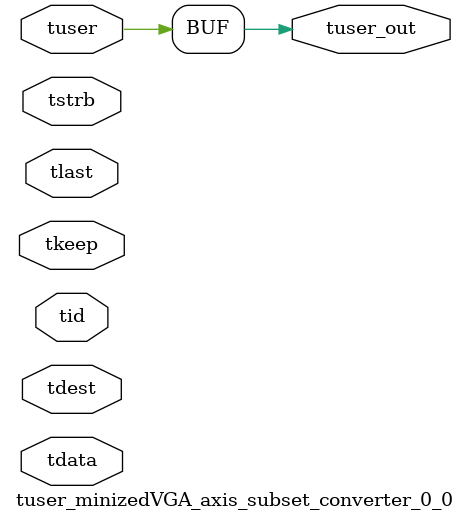
<source format=v>


`timescale 1ps/1ps

module tuser_minizedVGA_axis_subset_converter_0_0 #
(
parameter C_S_AXIS_TUSER_WIDTH = 1,
parameter C_S_AXIS_TDATA_WIDTH = 32,
parameter C_S_AXIS_TID_WIDTH   = 0,
parameter C_S_AXIS_TDEST_WIDTH = 0,
parameter C_M_AXIS_TUSER_WIDTH = 1
)
(
input  [(C_S_AXIS_TUSER_WIDTH == 0 ? 1 : C_S_AXIS_TUSER_WIDTH)-1:0     ] tuser,
input  [(C_S_AXIS_TDATA_WIDTH == 0 ? 1 : C_S_AXIS_TDATA_WIDTH)-1:0     ] tdata,
input  [(C_S_AXIS_TID_WIDTH   == 0 ? 1 : C_S_AXIS_TID_WIDTH)-1:0       ] tid,
input  [(C_S_AXIS_TDEST_WIDTH == 0 ? 1 : C_S_AXIS_TDEST_WIDTH)-1:0     ] tdest,
input  [(C_S_AXIS_TDATA_WIDTH/8)-1:0 ] tkeep,
input  [(C_S_AXIS_TDATA_WIDTH/8)-1:0 ] tstrb,
input                                                                    tlast,
output [C_M_AXIS_TUSER_WIDTH-1:0] tuser_out
);

assign tuser_out = {tuser[0:0]};

endmodule


</source>
